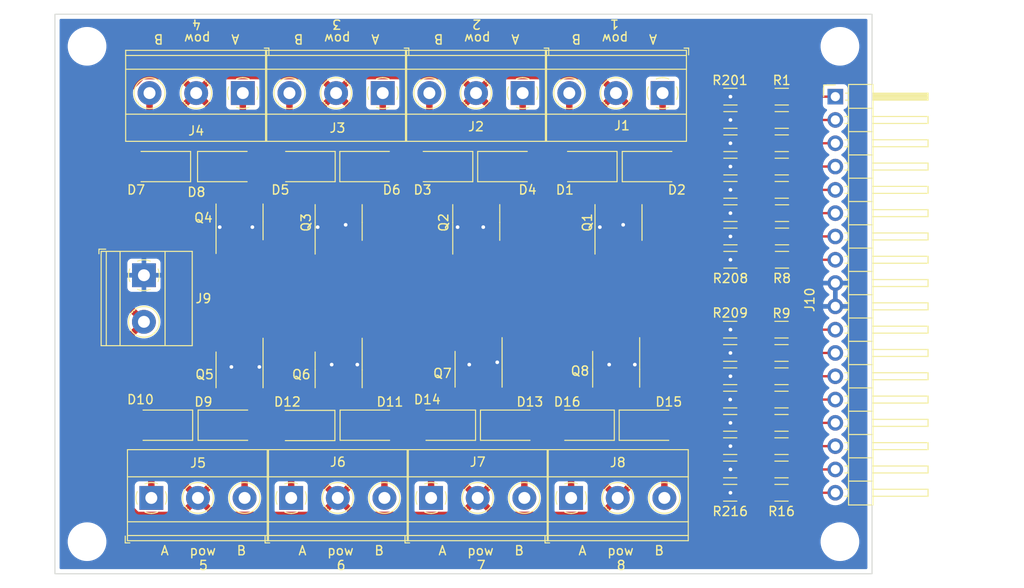
<source format=kicad_pcb>
(kicad_pcb (version 20211014) (generator pcbnew)
  (layers (0 "F.Cu" signal) (31 "B.Cu" signal) (34 "B.Paste" user) (35 "F.Paste" user) (36 "B.SilkS" user "B.Silkscreen") (37 "F.SilkS" user "F.Silkscreen") (38 "B.Mask" user) (39 "F.Mask" user) (44 "Edge.Cuts" user))
  (net 0 "")
  (net 1 "GND")
  (net 2 "pow")
  (net 3 "coil1R")
  (net 4 "coil1L")
  (net 5 "coil2L")
  (net 6 "coil2R")
  (net 7 "coil3L")
  (net 8 "coil3R")
  (net 9 "coil4L")
  (net 10 "coil4R")
  (net 11 "gate1L")
  (net 12 "gate1R")
  (net 13 "gate2L")
  (net 14 "gate2R")
  (net 15 "gate3L")
  (net 16 "gate3R")
  (net 17 "gate4R")
  (net 18 "gate4L")
  (net 19 "gate8R")
  (net 20 "gate8L")
  (net 21 "gate7R")
  (net 22 "gate7L")
  (net 23 "gate6R")
  (net 24 "gate6L")
  (net 25 "gate5R")
  (net 26 "gate5L")
  (net 27 "coil5R")
  (net 28 "coil5L")
  (net 29 "coil6R")
  (net 30 "coil6L")
  (net 31 "coil7R")
  (net 32 "coil7L")
  (net 33 "coil8R")
  (net 34 "coil8L")
  (net 35 "Net-(Q1-Pad2)")
  (net 36 "Net-(Q1-Pad4)")
  (net 37 "Net-(Q2-Pad2)")
  (net 38 "Net-(Q2-Pad4)")
  (net 39 "Net-(Q3-Pad4)")
  (net 40 "Net-(Q3-Pad2)")
  (net 41 "Net-(Q4-Pad2)")
  (net 42 "Net-(Q4-Pad4)")
  (net 43 "Net-(Q5-Pad4)")
  (net 44 "Net-(Q5-Pad2)")
  (net 45 "Net-(Q6-Pad4)")
  (net 46 "Net-(Q6-Pad2)")
  (net 47 "Net-(Q7-Pad4)")
  (net 48 "Net-(Q7-Pad2)")
  (net 49 "Net-(Q8-Pad4)")
  (net 50 "Net-(Q8-Pad2)")
  (footprint "Resistor_SMD:R_1206_3216Metric_Pad1.30x1.75mm_HandSolder" (layer "F.Cu") (at 169.164 97.028 180)
    (fp_text reference "R2")
    (fp_text value "22R")
  )
  (footprint "Resistor_SMD:R_1206_3216Metric_Pad1.30x1.75mm_HandSolder" (layer "F.Cu") (at 163.55 137.668)
    (fp_text reference "R216")
    (fp_text value "10k")
  )
  (footprint "TerminalBlock_Phoenix:TerminalBlock_Phoenix_MKDS-1,5-3-5.08_1x03_P5.08mm_Horizontal" (layer "F.Cu") (at 115.73 138.231)
    (fp_text reference "J6")
    (fp_text value "coil")
  )
  (footprint "Resistor_SMD:R_1206_3216Metric_Pad1.30x1.75mm_HandSolder" (layer "F.Cu") (at 169.164 94.488 180)
    (fp_text reference "R1")
    (fp_text value "22R")
  )
  (footprint "Resistor_SMD:R_1206_3216Metric_Pad1.30x1.75mm_HandSolder" (layer "F.Cu") (at 163.576 97.028)
    (fp_text reference "R202")
    (fp_text value "10k")
  )
  (footprint "Resistor_SMD:R_1206_3216Metric_Pad1.30x1.75mm_HandSolder" (layer "F.Cu") (at 169.138 135.128 180)
    (fp_text reference "R15")
    (fp_text value "22R")
  )
  (footprint "TerminalBlock_Phoenix:TerminalBlock_Phoenix_MKDS-1,5-2-5.08_1x02_P5.08mm_Horizontal" (layer "F.Cu") (at 99.695 113.955 -90)
    (fp_text reference "J9")
    (fp_text value "pow")
  )
  (footprint "Diode_SMD:D_SMA" (layer "F.Cu") (at 101.6 130.302 180)
    (fp_text reference "D10")
    (fp_text value "D")
  )
  (footprint "Package_SO:SOIC-8_3.9x4.9mm_P1.27mm" (layer "F.Cu") (at 151.13 124.206 -90)
    (fp_text reference "Q8")
    (fp_text value "FDS6890A")
  )
  (footprint "Resistor_SMD:R_1206_3216Metric_Pad1.30x1.75mm_HandSolder" (layer "F.Cu") (at 163.55 135.128)
    (fp_text reference "R215")
    (fp_text value "10k")
  )
  (footprint "Resistor_SMD:R_1206_3216Metric_Pad1.30x1.75mm_HandSolder" (layer "F.Cu") (at 169.19 107.188 180)
    (fp_text reference "R6")
    (fp_text value "22R")
  )
  (footprint "Package_SO:SOIC-8_3.9x4.9mm_P1.27mm" (layer "F.Cu") (at 136.144 124.206 -90)
    (fp_text reference "Q7")
    (fp_text value "FDS6890A")
  )
  (footprint "Resistor_SMD:R_1206_3216Metric_Pad1.30x1.75mm_HandSolder" (layer "F.Cu") (at 163.576 104.648)
    (fp_text reference "R205")
    (fp_text value "10k")
  )
  (footprint "Resistor_SMD:R_1206_3216Metric_Pad1.30x1.75mm_HandSolder" (layer "F.Cu") (at 169.164 104.648 180)
    (fp_text reference "R5")
    (fp_text value "22R")
  )
  (footprint "Resistor_SMD:R_1206_3216Metric_Pad1.30x1.75mm_HandSolder" (layer "F.Cu") (at 163.55 119.888)
    (fp_text reference "R209")
    (fp_text value "10k")
  )
  (footprint "MountingHole:MountingHole_3.2mm_M3" (layer "F.Cu") (at 175.5 89)
    (fp_text reference "REF**")
    (fp_text value "MountingHole_3.2mm_M3")
  )
  (footprint "Diode_SMD:D_SMA" (layer "F.Cu") (at 108.934 102.108)
    (fp_text reference "D8")
    (fp_text value "D")
  )
  (footprint "Diode_SMD:D_SMA" (layer "F.Cu") (at 139.748 130.302)
    (fp_text reference "D13")
    (fp_text value "D")
  )
  (footprint "Package_SO:SOIC-8_3.9x4.9mm_P1.27mm" (layer "F.Cu") (at 110.109 108.139 90)
    (fp_text reference "Q4")
    (fp_text value "FDS6890A")
  )
  (footprint "Diode_SMD:D_SMA" (layer "F.Cu") (at 154.86 130.302)
    (fp_text reference "D15")
    (fp_text value "D")
  )
  (footprint "Diode_SMD:D_SMA" (layer "F.Cu") (at 101.378 102.108 180)
    (fp_text reference "D7")
    (fp_text value "D")
  )
  (footprint "Resistor_SMD:R_1206_3216Metric_Pad1.30x1.75mm_HandSolder" (layer "F.Cu") (at 163.576 107.188)
    (fp_text reference "R206")
    (fp_text value "10k")
  )
  (footprint "Diode_SMD:D_SMA" (layer "F.Cu") (at 124.46 130.302)
    (fp_text reference "D11")
    (fp_text value "D")
  )
  (footprint "Package_SO:SOIC-8_3.9x4.9mm_P1.27mm" (layer "F.Cu") (at 110.109 124.271 -90)
    (fp_text reference "Q5")
    (fp_text value "FDS6890A")
  )
  (footprint "MountingHole:MountingHole_3.2mm_M3" (layer "F.Cu") (at 93.5 143)
    (fp_text reference "REF**")
    (fp_text value "MountingHole_3.2mm_M3")
  )
  (footprint "Resistor_SMD:R_1206_3216Metric_Pad1.30x1.75mm_HandSolder" (layer "F.Cu") (at 163.576 94.488)
    (fp_text reference "R201")
    (fp_text value "10k")
  )
  (footprint "Package_SO:SOIC-8_3.9x4.9mm_P1.27mm" (layer "F.Cu") (at 135.89 108.204 90)
    (fp_text reference "Q2")
    (fp_text value "FDS6890A")
  )
  (footprint "Resistor_SMD:R_1206_3216Metric_Pad1.30x1.75mm_HandSolder" (layer "F.Cu") (at 163.55 127.508)
    (fp_text reference "R212")
    (fp_text value "10k")
  )
  (footprint "TerminalBlock_Phoenix:TerminalBlock_Phoenix_MKDS-1,5-3-5.08_1x03_P5.08mm_Horizontal" (layer "F.Cu") (at 110.464 94.098 180)
    (fp_text reference "J4")
    (fp_text value "coil")
  )
  (footprint "Diode_SMD:D_SMA" (layer "F.Cu") (at 132.414 130.302 180)
    (fp_text reference "D14")
    (fp_text value "D")
  )
  (footprint "Package_SO:SOIC-8_3.9x4.9mm_P1.27mm" (layer "F.Cu") (at 120.904 124.271 -90)
    (fp_text reference "Q6")
    (fp_text value "FDS6890A")
  )
  (footprint "Connector_PinHeader_2.54mm:PinHeader_1x18_P2.54mm_Horizontal" (layer "F.Cu") (at 175 94.488)
    (fp_text reference "J10")
    (fp_text value "Conn_01x18_Male")
  )
  (footprint "Resistor_SMD:R_1206_3216Metric_Pad1.30x1.75mm_HandSolder" (layer "F.Cu") (at 169.138 124.968 180)
    (fp_text reference "R11")
    (fp_text value "22R")
  )
  (footprint "Resistor_SMD:R_1206_3216Metric_Pad1.30x1.75mm_HandSolder" (layer "F.Cu") (at 163.55 132.588)
    (fp_text reference "R214")
    (fp_text value "10k")
  )
  (footprint "Resistor_SMD:R_1206_3216Metric_Pad1.30x1.75mm_HandSolder" (layer "F.Cu") (at 163.576 99.568)
    (fp_text reference "R203")
    (fp_text value "10k")
  )
  (footprint "Diode_SMD:D_SMA" (layer "F.Cu") (at 139.446 102.108)
    (fp_text reference "D4")
    (fp_text value "D")
  )
  (footprint "TerminalBlock_Phoenix:TerminalBlock_Phoenix_MKDS-1,5-3-5.08_1x03_P5.08mm_Horizontal" (layer "F.Cu") (at 130.97 138.231)
    (fp_text reference "J7")
    (fp_text value "coil")
  )
  (footprint "Package_SO:SOIC-8_3.9x4.9mm_P1.27mm" (layer "F.Cu") (at 120.904 108.204 90)
    (fp_text reference "Q3")
    (fp_text value "FDS6890A")
  )
  (footprint "Resistor_SMD:R_1206_3216Metric_Pad1.30x1.75mm_HandSolder" (layer "F.Cu") (at 169.138 122.428 180)
    (fp_text reference "R10")
    (fp_text value "22R")
  )
  (footprint "Resistor_SMD:R_1206_3216Metric_Pad1.30x1.75mm_HandSolder" (layer "F.Cu") (at 163.576 109.728)
    (fp_text reference "R207")
    (fp_text value "10k")
  )
  (footprint "Resistor_SMD:R_1206_3216Metric_Pad1.30x1.75mm_HandSolder" (layer "F.Cu") (at 169.164 102.108 180)
    (fp_text reference "R4")
    (fp_text value "22R")
  )
  (footprint "Resistor_SMD:R_1206_3216Metric_Pad1.30x1.75mm_HandSolder" (layer "F.Cu") (at 163.576 102.108)
    (fp_text reference "R204")
    (fp_text value "10k")
  )
  (footprint "Diode_SMD:D_SMA" (layer "F.Cu") (at 155.194 102.108)
    (fp_text reference "D2")
    (fp_text value "D")
  )
  (footprint "Diode_SMD:D_SMA" (layer "F.Cu") (at 124.428 102.108)
    (fp_text reference "D6")
    (fp_text value "D")
  )
  (footprint "TerminalBlock_Phoenix:TerminalBlock_Phoenix_MKDS-1,5-3-5.08_1x03_P5.08mm_Horizontal" (layer "F.Cu") (at 100.5 138.231)
    (fp_text reference "J5")
    (fp_text value "coil")
  )
  (footprint "Diode_SMD:D_SMA" (layer "F.Cu") (at 117.094 130.334 180)
    (fp_text reference "D12")
    (fp_text value "D")
  )
  (footprint "Diode_SMD:D_SMA" (layer "F.Cu") (at 132.112 102.108 180)
    (fp_text reference "D3")
    (fp_text value "D")
  )
  (footprint "TerminalBlock_Phoenix:TerminalBlock_Phoenix_MKDS-1,5-3-5.08_1x03_P5.08mm_Horizontal" (layer "F.Cu") (at 140.944 94.098 180)
    (fp_text reference "J2")
    (fp_text value "coil")
  )
  (footprint "Resistor_SMD:R_1206_3216Metric_Pad1.30x1.75mm_HandSolder" (layer "F.Cu") (at 169.19 112.268 180)
    (fp_text reference "R8")
    (fp_text value "22R")
  )
  (footprint "Resistor_SMD:R_1206_3216Metric_Pad1.30x1.75mm_HandSolder" (layer "F.Cu") (at 169.138 119.888 180)
    (fp_text reference "R9")
    (fp_text value "22R")
  )
  (footprint "Resistor_SMD:R_1206_3216Metric_Pad1.30x1.75mm_HandSolder" (layer "F.Cu") (at 169.19 109.728 180)
    (fp_text reference "R7")
    (fp_text value "22R")
  )
  (footprint "Diode_SMD:D_SMA" (layer "F.Cu") (at 147.526 130.302 180)
    (fp_text reference "D16")
    (fp_text value "D")
  )
  (footprint "Resistor_SMD:R_1206_3216Metric_Pad1.30x1.75mm_HandSolder" (layer "F.Cu") (at 163.576 112.268)
    (fp_text reference "R208")
    (fp_text value "10k")
  )
  (footprint "MountingHole:MountingHole_3.2mm_M3" (layer "F.Cu") (at 175.5 143)
    (fp_text reference "REF**")
    (fp_text value "MountingHole_3.2mm_M3")
  )
  (footprint "Resistor_SMD:R_1206_3216Metric_Pad1.30x1.75mm_HandSolder" (layer "F.Cu") (at 163.55 122.428)
    (fp_text reference "R210")
    (fp_text value "10k")
  )
  (footprint "Diode_SMD:D_SMA" (layer "F.Cu") (at 117.126 102.108 180)
    (fp_text reference "D5")
    (fp_text value "D")
  )
  (footprint "Resistor_SMD:R_1206_3216Metric_Pad1.30x1.75mm_HandSolder" (layer "F.Cu") (at 169.138 132.588 180)
    (fp_text reference "R14")
    (fp_text value "22R")
  )
  (footprint "Resistor_SMD:R_1206_3216Metric_Pad1.30x1.75mm_HandSolder" (layer "F.Cu") (at 163.55 124.968)
    (fp_text reference "R211")
    (fp_text value "10k")
  )
  (footprint "TerminalBlock_Phoenix:TerminalBlock_Phoenix_MKDS-1,5-3-5.08_1x03_P5.08mm_Horizontal" (layer "F.Cu") (at 125.704 94.098 180)
    (fp_text reference "J3")
    (fp_text value "coil")
  )
  (footprint "Resistor_SMD:R_1206_3216Metric_Pad1.30x1.75mm_HandSolder" (layer "F.Cu") (at 169.138 127.508 180)
    (fp_text reference "R12")
    (fp_text value "22R")
  )
  (footprint "TerminalBlock_Phoenix:TerminalBlock_Phoenix_MKDS-1,5-3-5.08_1x03_P5.08mm_Horizontal" (layer "F.Cu") (at 156.184 94.098 180)
    (fp_text reference "J1")
    (fp_text value "coil")
  )
  (footprint "Package_SO:SOIC-8_3.9x4.9mm_P1.27mm" (layer "F.Cu") (at 151.384 108.204 90)
    (fp_text reference "Q1")
    (fp_text value "FDS6890A")
  )
  (footprint "TerminalBlock_Phoenix:TerminalBlock_Phoenix_MKDS-1,5-3-5.08_1x03_P5.08mm_Horizontal" (layer "F.Cu") (at 146.22 138.231)
    (fp_text reference "J8")
    (fp_text value "coil")
  )
  (footprint "Resistor_SMD:R_1206_3216Metric_Pad1.30x1.75mm_HandSolder" (layer "F.Cu") (at 169.138 130.048 180)
    (fp_text reference "R13")
    (fp_text value "22R")
  )
  (footprint "Resistor_SMD:R_1206_3216Metric_Pad1.30x1.75mm_HandSolder" (layer "F.Cu") (at 163.55 130.048)
    (fp_text reference "R213")
    (fp_text value "10k")
  )
  (footprint "Resistor_SMD:R_1206_3216Metric_Pad1.30x1.75mm_HandSolder" (layer "F.Cu") (at 169.138 137.668 180)
    (fp_text reference "R16")
    (fp_text value "22R")
  )
  (footprint "Diode_SMD:D_SMA" (layer "F.Cu") (at 147.828 102.108 180)
    (fp_text reference "D1")
    (fp_text value "D")
  )
  (footprint "Diode_SMD:D_SMA" (layer "F.Cu") (at 108.998 130.302)
    (fp_text reference "D9")
    (fp_text value "D")
  )
  (footprint "Resistor_SMD:R_1206_3216Metric_Pad1.30x1.75mm_HandSolder" (layer "F.Cu") (at 169.164 99.568 180)
    (fp_text reference "R3")
    (fp_text value "22R")
  )
  (footprint "MountingHole:MountingHole_3.2mm_M3" (layer "F.Cu") (at 93.5 89)
    (fp_text reference "REF**")
    (fp_text value "MountingHole_3.2mm_M3")
  )
  (gr_rect (start 90 85.5) (end 179 146.5) (layer "Edge.Cuts") (width 0.1) (fill none))
  (gr_text "A   pow   B\n2" (at 135.933 87.399 180) (layer "F.SilkS") (effects (font (size 1 1))))
  (gr_text "A   pow   B\n1" (at 150.933 87.399 180) (layer "F.SilkS") (effects (font (size 1 1))))
  (gr_text "A   pow   B\n7" (at 136.422 144.78) (layer "F.SilkS") (effects (font (size 1 1))))
  (gr_text "A   pow   B\n4" (at 105.433 87.399 180) (layer "F.SilkS") (effects (font (size 1 1))))
  (gr_text "A   pow   B\n6" (at 121.172 144.78) (layer "F.SilkS") (effects (font (size 1 1))))
  (gr_text "A   pow   B\n5" (at 106.172 144.78) (layer "F.SilkS") (effects (font (size 1 1))))
  (gr_text "A   pow   B\n3" (at 120.683 87.399 180) (layer "F.SilkS") (effects (font (size 1 1))))
  (gr_text "A   pow   B\n8" (at 151.672 144.78) (layer "F.SilkS") (effects (font (size 1 1))))
  (segment (start 110.744 110.614) (end 110.744 109.474) (width 0.7) (layer "F.Cu") (net 1))
  (segment (start 162 135.128) (end 163.576 135.128) (width 0.25) (layer "F.Cu") (net 1))
  (segment (start 121.539 108.585) (end 121.666 108.458) (width 0.7) (layer "F.Cu") (net 1))
  (segment (start 135.509 123.317) (end 135.128 123.698) (width 0.7) (layer "F.Cu") (net 1))
  (segment (start 162.026 102.108) (end 163.576 102.108) (width 0.25) (layer "F.Cu") (net 1))
  (segment (start 150.495 123.571) (end 150.368 123.698) (width 0.7) (layer "F.Cu") (net 1))
  (segment (start 138.049 121.731) (end 138.049 123.317) (width 0.7) (layer "F.Cu") (net 1))
  (segment (start 110.744 109.474) (end 111.506 108.712) (width 0.7) (layer "F.Cu") (net 1))
  (segment (start 135.509 121.731) (end 135.509 123.317) (width 0.7) (layer "F.Cu") (net 1))
  (segment (start 138.049 123.317) (end 138.176 123.444) (width 0.7) (layer "F.Cu") (net 1))
  (segment (start 162.026 99.568) (end 163.576 99.568) (width 0.25) (layer "F.Cu") (net 1))
  (segment (start 120.269 123.571) (end 120.142 123.698) (width 0.7) (layer "F.Cu") (net 1))
  (segment (start 163.492 127.508) (end 163.5 127.5) (width 0.25) (layer "F.Cu") (net 1))
  (segment (start 122.809 123.571) (end 122.936 123.698) (width 0.7) (layer "F.Cu") (net 1))
  (segment (start 162.026 107.188) (end 163.576 107.188) (width 0.25) (layer "F.Cu") (net 1))
  (segment (start 152.019 110.679) (end 152.019 108.585) (width 0.7) (layer "F.Cu") (net 1))
  (segment (start 109.474 121.796) (end 109.474 123.698) (width 0.7) (layer "F.Cu") (net 1))
  (segment (start 162.026 94.488) (end 163.576 94.488) (width 0.25) (layer "F.Cu") (net 1))
  (segment (start 136.525 108.839) (end 136.652 108.712) (width 0.7) (layer "F.Cu") (net 1))
  (segment (start 150.495 121.731) (end 150.495 123.571) (width 0.7) (layer "F.Cu") (net 1))
  (segment (start 162.026 112.268) (end 163.576 112.268) (width 0.25) (layer "F.Cu") (net 1))
  (segment (start 121.539 110.679) (end 121.539 108.585) (width 0.7) (layer "F.Cu") (net 1))
  (segment (start 149.479 110.679) (end 149.479 108.839) (width 0.7) (layer "F.Cu") (net 1))
  (segment (start 152.019 108.585) (end 151.892 108.458) (width 0.7) (layer "F.Cu") (net 1))
  (segment (start 118.999 109.093) (end 118.618 108.712) (width 0.7) (layer "F.Cu") (net 1))
  (segment (start 162.026 97.028) (end 163.576 97.028) (width 0.25) (layer "F.Cu") (net 1))
  (segment (start 118.999 110.679) (end 118.999 109.093) (width 0.7) (layer "F.Cu") (net 1))
  (segment (start 153.035 121.731) (end 153.035 123.571) (width 0.7) (layer "F.Cu") (net 1))
  (segment (start 122.809 121.796) (end 122.809 123.571) (width 0.7) (layer "F.Cu") (net 1))
  (segment (start 162 124.968) (end 163.576 124.968) (width 0.25) (layer "F.Cu") (net 1))
  (segment (start 109.474 123.698) (end 109.22 123.952) (width 0.7) (layer "F.Cu") (net 1))
  (segment (start 112.014 123.698) (end 112.268 123.952) (width 0.7) (layer "F.Cu") (net 1))
  (segment (start 153.035 123.571) (end 153.162 123.698) (width 0.7) (layer "F.Cu") (net 1))
  (segment (start 162 122.428) (end 163.576 122.428) (width 0.25) (layer "F.Cu") (net 1))
  (segment (start 162.026 109.728) (end 163.576 109.728) (width 0.25) (layer "F.Cu") (net 1))
  (segment (start 108.204 108.966) (end 107.95 108.712) (width 0.7) (layer "F.Cu") (net 1))
  (segment (start 136.525 110.679) (end 136.525 108.839) (width 0.7) (layer "F.Cu") (net 1))
  (segment (start 133.985 110.679) (end 133.985 108.839) (width 0.7) (layer "F.Cu") (net 1))
  (segment (start 162.026 104.648) (end 163.576 104.648) (width 0.25) (layer "F.Cu") (net 1))
  (segment (start 149.479 108.839) (end 149.352 108.712) (width 0.7) (layer "F.Cu") (net 1))
  (segment (start 133.985 108.839) (end 133.858 108.712) (width 0.7) (layer "F.Cu") (net 1))
  (segment (start 120.269 121.796) (end 120.269 123.571) (width 0.7) (layer "F.Cu") (net 1))
  (segment (start 162 127.508) (end 163.492 127.508) (width 0.25) (layer "F.Cu") (net 1))
  (segment (start 162 132.588) (end 163.576 132.588) (width 0.25) (layer "F.Cu") (net 1))
  (segment (start 162 137.668) (end 163.576 137.668) (width 0.25) (layer "F.Cu") (net 1))
  (segment (start 162 130.048) (end 163.576 130.048) (width 0.25) (layer "F.Cu") (net 1))
  (segment (start 108.204 110.614) (end 108.204 108.966) (width 0.7) (layer "F.Cu") (net 1))
  (segment (start 162 119.888) (end 163.576 119.888) (width 0.25) (layer "F.Cu") (net 1))
  (segment (start 112.014 121.796) (end 112.014 123.698) (width 0.7) (layer "F.Cu") (net 1))
  (via (at 151.892 108.458) (size 0.8) (drill 0.4) (layers "F.Cu" "B.Cu") (net 1))
  (via (at 163.576 122.428) (size 0.8) (drill 0.4) (layers "F.Cu" "B.Cu") (net 1))
  (via (at 163.576 94.488) (size 0.8) (drill 0.4) (layers "F.Cu" "B.Cu") (net 1))
  (via (at 163.576 99.568) (size 0.8) (drill 0.4) (layers "F.Cu" "B.Cu") (net 1))
  (via (at 135.128 123.698) (size 0.8) (drill 0.4) (layers "F.Cu" "B.Cu") (net 1))
  (via (at 111.506 108.712) (size 0.8) (drill 0.4) (layers "F.Cu" "B.Cu") (net 1))
  (via (at 133.858 108.712) (size 0.8) (drill 0.4) (layers "F.Cu" "B.Cu") (net 1))
  (via (at 109.22 123.952) (size 0.8) (drill 0.4) (layers "F.Cu" "B.Cu") (net 1))
  (via (at 163.576 124.968) (size 0.8) (drill 0.4) (layers "F.Cu" "B.Cu") (net 1))
  (via (at 163.55 127.508) (size 0.8) (drill 0.4) (layers "F.Cu" "B.Cu") (net 1))
  (via (at 163.576 132.588) (size 0.8) (drill 0.4) (layers "F.Cu" "B.Cu") (net 1))
  (via (at 163.576 107.188) (size 0.8) (drill 0.4) (layers "F.Cu" "B.Cu") (net 1))
  (via (at 163.576 130.048) (size 0.8) (drill 0.4) (layers "F.Cu" "B.Cu") (net 1))
  (via (at 107.95 108.712) (size 0.8) (drill 0.4) (layers "F.Cu" "B.Cu") (net 1))
  (via (at 163.576 135.128) (size 0.8) (drill 0.4) (layers "F.Cu" "B.Cu") (net 1))
  (via (at 163.576 112.268) (size 0.8) (drill 0.4) (layers "F.Cu" "B.Cu") (net 1))
  (via (at 138.176 123.444) (size 0.8) (drill 0.4) (layers "F.Cu" "B.Cu") (net 1))
  (via (at 118.618 108.712) (size 0.8) (drill 0.4) (layers "F.Cu" "B.Cu") (net 1))
  (via (at 120.142 123.698) (size 0.8) (drill 0.4) (layers "F.Cu" "B.Cu") (net 1))
  (via (at 163.576 137.668) (size 0.8) (drill 0.4) (layers "F.Cu" "B.Cu") (net 1))
  (via (at 150.368 123.698) (size 0.8) (drill 0.4) (layers "F.Cu" "B.Cu") (net 1))
  (via (at 136.652 108.712) (size 0.8) (drill 0.4) (layers "F.Cu" "B.Cu") (net 1))
  (via (at 163.576 109.728) (size 0.8) (drill 0.4) (layers "F.Cu" "B.Cu") (net 1))
  (via (at 163.576 97.028) (size 0.8) (drill 0.4) (layers "F.Cu" "B.Cu") (net 1))
  (via (at 121.666 108.458) (size 0.8) (drill 0.4) (layers "F.Cu" "B.Cu") (net 1))
  (via (at 149.352 108.712) (size 0.8) (drill 0.4) (layers "F.Cu" "B.Cu") (net 1))
  (via (at 153.162 123.698) (size 0.8) (drill 0.4) (layers "F.Cu" "B.Cu") (net 1))
  (via (at 163.576 119.888) (size 0.8) (drill 0.4) (layers "F.Cu" "B.Cu") (net 1))
  (via (at 163.576 104.648) (size 0.8) (drill 0.4) (layers "F.Cu" "B.Cu") (net 1))
  (via (at 163.576 102.108) (size 0.8) (drill 0.4) (layers "F.Cu" "B.Cu") (net 1))
  (via (at 112.268 123.952) (size 0.8) (drill 0.4) (layers "F.Cu" "B.Cu") (net 1))
  (via (at 122.936 123.698) (size 0.8) (drill 0.4) (layers "F.Cu" "B.Cu") (net 1))
  (segment (start 107.233511 92.248489) (end 118.774489 92.248489) (width 0.7) (layer "F.Cu") (net 2))
  (segment (start 106.934 95.648) (end 105.384 94.098) (width 0.7) (layer "F.Cu") (net 2))
  (segment (start 152.86 136.671) (end 151.3 138.231) (width 0.7) (layer "F.Cu") (net 2))
  (segment (start 149.526 130.302) (end 149.526 136.457) (width 0.7) (layer "F.Cu") (net 2))
  (segment (start 119.094 136.515) (end 120.81 138.231) (width 0.7) (layer "F.Cu") (net 2))
  (segment (start 99.695 119.035) (end 96.52 115.86) (width 0.7) (layer "F.Cu") (net 2))
  (segment (start 137.899511 140.080511) (end 136.05 138.231) (width 0.7) (layer "F.Cu") (net 2))
  (segment (start 134.014489 92.248489) (end 135.864 94.098) (width 0.7) (layer "F.Cu") (net 2))
  (segment (start 105.58 138.231) (end 103.730489 140.080511) (width 0.7) (layer "F.Cu") (net 2))
  (segment (start 136.05 138.231) (end 134.200489 140.080511) (width 0.7) (layer "F.Cu") (net 2))
  (segment (start 135.864 94.098) (end 137.713511 92.248489) (width 0.7) (layer "F.Cu") (net 2))
  (segment (start 103.378 96.104) (end 105.384 94.098) (width 0.7) (layer "F.Cu") (net 2))
  (segment (start 134.112 95.85) (end 135.864 94.098) (width 0.7) (layer "F.Cu") (net 2))
  (segment (start 122.46 130.302) (end 122.46 136.581) (width 0.7) (layer "F.Cu") (net 2))
  (segment (start 149.450489 140.080511) (end 137.899511 140.080511) (width 0.7) (layer "F.Cu") (net 2))
  (segment (start 137.748 136.533) (end 136.05 138.231) (width 0.7) (layer "F.Cu") (net 2))
  (segment (start 149.254489 92.248489) (end 151.104 94.098) (width 0.7) (layer "F.Cu") (net 2))
  (segment (start 107.429511 140.080511) (end 105.58 138.231) (width 0.7) (layer "F.Cu") (net 2))
  (segment (start 120.624 94.098) (end 122.473511 92.248489) (width 0.7) (layer "F.Cu") (net 2))
  (segment (start 99.521511 92.248489) (end 103.534489 92.248489) (width 0.7) (layer "F.Cu") (net 2))
  (segment (start 97.282 138.43) (end 97.282 121.448) (width 0.7) (layer "F.Cu") (net 2))
  (segment (start 149.526 136.457) (end 151.3 138.231) (width 0.7) (layer "F.Cu") (net 2))
  (segment (start 122.46 136.581) (end 120.81 138.231) (width 0.7) (layer "F.Cu") (net 2))
  (segment (start 134.112 102.108) (end 134.112 95.85) (width 0.7) (layer "F.Cu") (net 2))
  (segment (start 134.414 136.595) (end 136.05 138.231) (width 0.7) (layer "F.Cu") (net 2))
  (segment (start 134.200489 140.080511) (end 122.659511 140.080511) (width 0.7) (layer "F.Cu") (net 2))
  (segment (start 122.659511 140.080511) (end 120.81 138.231) (width 0.7) (layer "F.Cu") (net 2))
  (segment (start 153.194 102.108) (end 153.194 96.188) (width 0.7) (layer "F.Cu") (net 2))
  (segment (start 122.428 95.902) (end 120.624 94.098) (width 0.7) (layer "F.Cu") (net 2))
  (segment (start 96.52 95.25) (end 99.521511 92.248489) (width 0.7) (layer "F.Cu") (net 2))
  (segment (start 119.126 95.596) (end 120.624 94.098) (width 0.7) (layer "F.Cu") (net 2))
  (segment (start 106.998 130.302) (end 106.998 136.813) (width 0.7) (layer "F.Cu") (net 2))
  (segment (start 151.3 138.231) (end 149.450489 140.080511) (width 0.7) (layer "F.Cu") (net 2))
  (segment (start 98.932511 140.080511) (end 97.282 138.43) (width 0.7) (layer "F.Cu") (net 2))
  (segment (start 118.774489 92.248489) (end 120.624 94.098) (width 0.7) (layer "F.Cu") (net 2))
  (segment (start 118.960489 140.080511) (end 107.429511 140.080511) (width 0.7) (layer "F.Cu") (net 2))
  (segment (start 137.713511 92.248489) (end 149.254489 92.248489) (width 0.7) (layer "F.Cu") (net 2))
  (segment (start 152.86 130.302) (end 152.86 136.671) (width 0.7) (layer "F.Cu") (net 2))
  (segment (start 119.094 130.334) (end 119.094 136.515) (width 0.7) (layer "F.Cu") (net 2))
  (segment (start 122.473511 92.248489) (end 134.014489 92.248489) (width 0.7) (layer "F.Cu") (net 2))
  (segment (start 103.534489 92.248489) (end 105.384 94.098) (width 0.7) (layer "F.Cu") (net 2))
  (segment (start 97.282 121.448) (end 99.695 119.035) (width 0.7) (layer "F.Cu") (net 2))
  (segment (start 103.6 136.251) (end 105.58 138.231) (width 0.7) (layer "F.Cu") (net 2))
  (segment (start 120.81 138.231) (end 118.960489 140.080511) (width 0.7) (layer "F.Cu") (net 2))
  (segment (start 103.378 102.108) (end 103.378 96.104) (width 0.7) (layer "F.Cu") (net 2))
  (segment (start 122.428 102.108) (end 122.428 95.902) (width 0.7) (layer "F.Cu") (net 2))
  (segment (start 137.446 102.108) (end 137.446 95.68) (width 0.7) (layer "F.Cu") (net 2))
  (segment (start 134.414 130.302) (end 134.414 136.595) (width 0.7) (layer "F.Cu") (net 2))
  (segment (start 153.194 96.188) (end 151.104 94.098) (width 0.7) (layer "F.Cu") (net 2))
  (segment (start 137.748 130.302) (end 137.748 136.533) (width 0.7) (layer "F.Cu") (net 2))
  (segment (start 106.934 102.108) (end 106.934 95.648) (width 0.7) (layer "F.Cu") (net 2))
  (segment (start 149.828 102.108) (end 149.828 95.374) (width 0.7) (layer "F.Cu") (net 2))
  (segment (start 106.998 136.813) (end 105.58 138.231) (width 0.7) (layer "F.Cu") (net 2))
  (segment (start 149.828 95.374) (end 151.104 94.098) (width 0.7) (layer "F.Cu") (net 2))
  (segment (start 119.126 102.108) (end 119.126 95.596) (width 0.7) (layer "F.Cu") (net 2))
  (segment (start 103.730489 140.080511) (end 98.932511 140.080511) (width 0.7) (layer "F.Cu") (net 2))
  (segment (start 137.446 95.68) (end 135.864 94.098) (width 0.7) (layer "F.Cu") (net 2))
  (segment (start 103.6 130.302) (end 103.6 136.251) (width 0.7) (layer "F.Cu") (net 2))
  (segment (start 96.52 115.86) (end 96.52 95.25) (width 0.7) (layer "F.Cu") (net 2))
  (segment (start 105.384 94.098) (end 107.233511 92.248489) (width 0.7) (layer "F.Cu") (net 2))
  (segment (start 154.875 105.729) (end 152.019 105.729) (width 0.7) (layer "F.Cu") (net 3))
  (segment (start 157.194 103.41) (end 154.875 105.729) (width 0.7) (layer "F.Cu") (net 3))
  (segment (start 157.194 102.108) (end 157.194 99.282) (width 0.7) (layer "F.Cu") (net 3))
  (segment (start 156.184 98.272) (end 156.184 94.098) (width 0.7) (layer "F.Cu") (net 3))
  (segment (start 157.194 99.282) (end 156.184 98.272) (width 0.7) (layer "F.Cu") (net 3))
  (segment (start 157.194 102.108) (end 157.194 103.41) (width 0.7) (layer "F.Cu") (net 3))
  (segment (start 146.05 98.552) (end 146.024 98.526) (width 0.7) (layer "F.Cu") (net 4))
  (segment (start 145.828 104.172) (end 147.385 105.729) (width 0.7) (layer "F.Cu") (net 4))
  (segment (start 147.385 105.729) (end 150.749 105.729) (width 0.7) (layer "F.Cu") (net 4))
  (segment (start 146.024 98.526) (end 146.024 94.098) (width 0.7) (layer "F.Cu") (net 4))
  (segment (start 145.828 102.108) (end 145.828 104.172) (width 0.7) (layer "F.Cu") (net 4))
  (segment (start 145.828 98.774) (end 146.05 98.552) (width 0.7) (layer "F.Cu") (net 4))
  (segment (start 145.828 102.108) (end 145.828 98.774) (width 0.7) (layer "F.Cu") (net 4))
  (segment (start 131.891 105.729) (end 135.255 105.729) (width 0.7) (layer "F.Cu") (net 5))
  (segment (start 130.784 98.578) (end 130.784 94.098) (width 0.7) (layer "F.Cu") (net 5))
  (segment (start 130.112 102.108) (end 130.112 103.95) (width 0.7) (layer "F.Cu") (net 5))
  (segment (start 130.112 103.95) (end 131.891 105.729) (width 0.7) (layer "F.Cu") (net 5))
  (segment (start 130.112 99.25) (end 130.784 98.578) (width 0.7) (layer "F.Cu") (net 5))
  (segment (start 130.112 102.108) (end 130.112 99.25) (width 0.7) (layer "F.Cu") (net 5))
  (segment (start 141.446 102.108) (end 141.446 98.52) (width 0.7) (layer "F.Cu") (net 6))
  (segment (start 141.446 103.918) (end 139.635 105.729) (width 0.7) (layer "F.Cu") (net 6))
  (segment (start 139.635 105.729) (end 136.525 105.729) (width 0.7) (layer "F.Cu") (net 6))
  (segment (start 140.944 98.018) (end 140.944 94.098) (width 0.7) (layer "F.Cu") (net 6))
  (segment (start 141.446 98.52) (end 140.944 98.018) (width 0.7) (layer "F.Cu") (net 6))
  (segment (start 141.446 102.108) (end 141.446 103.918) (width 0.7) (layer "F.Cu") (net 6))
  (segment (start 115.126 98.996) (end 115.544 98.578) (width 0.7) (layer "F.Cu") (net 7))
  (segment (start 115.126 104.204) (end 116.651 105.729) (width 0.7) (layer "F.Cu") (net 7))
  (segment (start 115.544 98.578) (end 115.544 94.098) (width 0.7) (layer "F.Cu") (net 7))
  (segment (start 115.126 102.108) (end 115.126 98.996) (width 0.7) (layer "F.Cu") (net 7))
  (segment (start 116.651 105.729) (end 120.269 105.729) (width 0.7) (layer "F.Cu") (net 7))
  (segment (start 115.126 102.108) (end 115.126 104.204) (width 0.7) (layer "F.Cu") (net 7))
  (segment (start 126.428 102.108) (end 126.428 100.266) (width 0.7) (layer "F.Cu") (net 8))
  (segment (start 126.428 103.696) (end 124.395 105.729) (width 0.7) (layer "F.Cu") (net 8))
  (segment (start 124.395 105.729) (end 121.539 105.729) (width 0.7) (layer "F.Cu") (net 8))
  (segment (start 125.704 99.542) (end 125.704 94.098) (width 0.7) (layer "F.Cu") (net 8))
  (segment (start 126.428 102.108) (end 126.428 103.696) (width 0.7) (layer "F.Cu") (net 8))
  (segment (start 126.428 100.266) (end 125.704 99.542) (width 0.7) (layer "F.Cu") (net 8))
  (segment (start 99.378 102.108) (end 99.378 103.442) (width 0.7) (layer "F.Cu") (net 9))
  (segment (start 101.6 105.664) (end 109.474 105.664) (width 0.7) (layer "F.Cu") (net 9))
  (segment (start 99.378 102.108) (end 99.378 99.25) (width 0.7) (layer "F.Cu") (net 9))
  (segment (start 100.304 98.324) (end 100.304 94.098) (width 0.7) (layer "F.Cu") (net 9))
  (segment (start 99.378 99.25) (end 100.304 98.324) (width 0.7) (layer "F.Cu") (net 9))
  (segment (start 99.378 103.442) (end 101.6 105.664) (width 0.7) (layer "F.Cu") (net 9))
  (segment (start 112.014 105.664) (end 110.744 105.664) (width 0.7) (layer "F.Cu") (net 10))
  (segment (start 110.744 105.664) (end 110.744 102.298) (width 0.7) (layer "F.Cu") (net 10))
  (segment (start 110.744 102.298) (end 110.934 102.108) (width 0.7) (layer "F.Cu") (net 10))
  (segment (start 110.464 98.018) (end 110.464 94.098) (width 0.7) (layer "F.Cu") (net 10))
  (segment (start 110.934 98.488) (end 110.464 98.018) (width 0.7) (layer "F.Cu") (net 10))
  (segment (start 110.934 102.108) (end 110.934 98.488) (width 0.7) (layer "F.Cu") (net 10))
  (segment (start 175 97.028) (end 170.714 97.028) (width 0.25) (layer "F.Cu") (net 11))
  (segment (start 170.714 94.488) (end 175 94.488) (width 0.25) (layer "F.Cu") (net 12))
  (segment (start 175 102.108) (end 170.714 102.108) (width 0.25) (layer "F.Cu") (net 13))
  (segment (start 170.714 99.568) (end 175 99.568) (width 0.25) (layer "F.Cu") (net 14))
  (segment (start 175 107.188) (end 170.74 107.188) (width 0.25) (layer "F.Cu") (net 15))
  (segment (start 170.714 104.648) (end 175 104.648) (width 0.25) (layer "F.Cu") (net 16))
  (segment (start 170.74 109.728) (end 175 109.728) (width 0.25) (layer "F.Cu") (net 17))
  (segment (start 175 112.268) (end 170.74 112.268) (width 0.25) (layer "F.Cu") (net 18))
  (segment (start 175 135.128) (end 170.688 135.128) (width 0.25) (layer "F.Cu") (net 19))
  (segment (start 170.688 137.668) (end 175 137.668) (width 0.25) (layer "F.Cu") (net 20))
  (segment (start 175 130.048) (end 170.688 130.048) (width 0.25) (layer "F.Cu") (net 21))
  (segment (start 170.688 132.588) (end 175 132.588) (width 0.25) (layer "F.Cu") (net 22))
  (segment (start 175 124.968) (end 170.688 124.968) (width 0.25) (layer "F.Cu") (net 23))
  (segment (start 170.688 127.508) (end 175 127.508) (width 0.25) (layer "F.Cu") (net 24))
  (segment (start 170.688 119.888) (end 175 119.888) (width 0.25) (layer "F.Cu") (net 25))
  (segment (start 175 122.428) (end 170.688 122.428) (width 0.25) (layer "F.Cu") (net 26))
  (segment (start 100.5 134.282) (end 99.6 133.382) (width 0.7) (layer "F.Cu") (net 27))
  (segment (start 99.6 127.984) (end 99.6 130.302) (width 0.7) (layer "F.Cu") (net 27))
  (segment (start 100.5 138.231) (end 100.5 134.282) (width 0.7) (layer "F.Cu") (net 27))
  (segment (start 100.838 126.746) (end 99.6 127.984) (width 0.7) (layer "F.Cu") (net 27))
  (segment (start 109.474 126.746) (end 100.838 126.746) (width 0.7) (layer "F.Cu") (net 27))
  (segment (start 99.6 133.382) (end 99.6 130.302) (width 0.7) (layer "F.Cu") (net 27))
  (segment (start 110.66 138.231) (end 110.66 135.72) (width 0.7) (layer "F.Cu") (net 28))
  (segment (start 110.998 130.302) (end 110.998 128.778) (width 0.7) (layer "F.Cu") (net 28))
  (segment (start 110.66 135.72) (end 110.998 135.382) (width 0.7) (layer "F.Cu") (net 28))
  (segment (start 110.744 128.524) (end 110.744 126.746) (width 0.7) (layer "F.Cu") (net 28))
  (segment (start 110.744 126.746) (end 112.014 126.746) (width 0.7) (layer "F.Cu") (net 28))
  (segment (start 110.998 135.382) (end 110.998 130.302) (width 0.7) (layer "F.Cu") (net 28))
  (segment (start 110.998 128.778) (end 110.744 128.524) (width 0.7) (layer "F.Cu") (net 28))
  (segment (start 115.73 135.796) (end 115.094 135.16) (width 0.7) (layer "F.Cu") (net 29))
  (segment (start 115.094 130.334) (end 115.094 128.492) (width 0.7) (layer "F.Cu") (net 29))
  (segment (start 115.094 128.492) (end 116.84 126.746) (width 0.7) (layer "F.Cu") (net 29))
  (segment (start 115.094 135.16) (end 115.094 130.334) (width 0.7) (layer "F.Cu") (net 29))
  (segment (start 116.84 126.746) (end 120.269 126.746) (width 0.7) (layer "F.Cu") (net 29))
  (segment (start 115.73 138.231) (end 115.73 135.796) (width 0.7) (layer "F.Cu") (net 29))
  (segment (start 125.89 135.984) (end 126.46 135.414) (width 0.7) (layer "F.Cu") (net 30))
  (segment (start 126.46 135.414) (end 126.46 130.302) (width 0.7) (layer "F.Cu") (net 30))
  (segment (start 124.46 126.746) (end 121.539 126.746) (width 0.7) (layer "F.Cu") (net 30))
  (segment (start 126.46 128.746) (end 124.46 126.746) (width 0.7) (layer "F.Cu") (net 30))
  (segment (start 125.89 138.231) (end 125.89 135.984) (width 0.7) (layer "F.Cu") (net 30))
  (segment (start 126.46 130.302) (end 126.46 128.746) (width 0.7) (layer "F.Cu") (net 30))
  (segment (start 131.637 126.681) (end 130.414 127.904) (width 0.7) (layer "F.Cu") (net 31))
  (segment (start 130.414 134.986) (end 130.414 130.302) (width 0.7) (layer "F.Cu") (net 31))
  (segment (start 130.97 135.542) (end 130.414 134.986) (width 0.7) (layer "F.Cu") (net 31))
  (segment (start 130.97 138.231) (end 130.97 135.542) (width 0.7) (layer "F.Cu") (net 31))
  (segment (start 135.509 126.681) (end 134.239 126.681) (width 0.7) (layer "F.Cu") (net 31))
  (segment (start 134.239 126.681) (end 131.637 126.681) (width 0.7) (layer "F.Cu") (net 31))
  (segment (start 130.414 127.904) (end 130.414 130.302) (width 0.7) (layer "F.Cu") (net 31))
  (segment (start 141.13 134.968) (end 141.748 134.35) (width 0.7) (layer "F.Cu") (net 32))
  (segment (start 141.748 127.778) (end 141.748 130.302) (width 0.7) (layer "F.Cu") (net 32))
  (segment (start 141.13 138.231) (end 141.13 134.968) (width 0.7) (layer "F.Cu") (net 32))
  (segment (start 140.651 126.681) (end 141.748 127.778) (width 0.7) (layer "F.Cu") (net 32))
  (segment (start 136.779 126.681) (end 138.049 126.681) (width 0.7) (layer "F.Cu") (net 32))
  (segment (start 138.049 126.681) (end 140.651 126.681) (width 0.7) (layer "F.Cu") (net 32))
  (segment (start 141.748 134.35) (end 141.748 130.302) (width 0.7) (layer "F.Cu") (net 32))
  (segment (start 146.22 135.298) (end 145.526 134.604) (width 0.7) (layer "F.Cu") (net 33))
  (segment (start 145.526 134.604) (end 145.526 130.302) (width 0.7) (layer "F.Cu") (net 33))
  (segment (start 146.22 138.231) (end 146.22 135.298) (width 0.7) (layer "F.Cu") (net 33))
  (segment (start 156.86 135.494) (end 156.86 130.302) (width 0.7) (layer "F.Cu") (net 34))
  (segment (start 156.38 138.231) (end 156.38 135.974) (width 0.7) (layer "F.Cu") (net 34))
  (segment (start 156.38 135.974) (end 156.86 135.494) (width 0.7) (layer "F.Cu") (net 34))
  (segment (start 153.70548 111.97852) (end 151.672448 111.97852) (width 0.25) (layer "F.Cu") (net 35))
  (segment (start 165.126 97.028) (end 167.614 97.028) (width 0.25) (layer "F.Cu") (net 35))
  (segment (start 159.218031 99.353969) (end 159.218031 103.518709) (width 0.25) (layer "F.Cu") (net 35))
  (segment (start 154.22837 108.50837) (end 154.22837 111.45563) (width 0.25) (layer "F.Cu") (net 35))
  (segment (start 159.218031 103.518709) (end 154.22837 108.50837) (width 0.25) (layer "F.Cu") (net 35))
  (segment (start 151.672448 111.97852) (end 150.749 111.055072) (width 0.25) (layer "F.Cu") (net 35))
  (segment (start 160.20352 98.36848) (end 159.218031 99.353969) (width 0.25) (layer "F.Cu") (net 35))
  (segment (start 163.78552 98.36848) (end 160.20352 98.36848) (width 0.25) (layer "F.Cu") (net 35))
  (segment (start 150.749 111.055072) (end 150.749 110.679) (width 0.25) (layer "F.Cu") (net 35))
  (segment (start 154.22837 111.45563) (end 153.70548 111.97852) (width 0.25) (layer "F.Cu") (net 35))
  (segment (start 165.126 97.028) (end 163.78552 98.36848) (width 0.25) (layer "F.Cu") (net 35))
  (segment (start 153.289 108.812022) (end 153.289 110.679) (width 0.25) (layer "F.Cu") (net 36))
  (segment (start 165.126 94.488) (end 163.78552 95.82848) (width 0.25) (layer "F.Cu") (net 36))
  (segment (start 158.768511 98.447996) (end 158.768511 103.332511) (width 0.25) (layer "F.Cu") (net 36))
  (segment (start 167.614 94.488) (end 165.126 94.488) (width 0.25) (layer "F.Cu") (net 36))
  (segment (start 163.78552 95.82848) (end 161.388027 95.82848) (width 0.25) (layer "F.Cu") (net 36))
  (segment (start 158.768511 103.332511) (end 153.289 108.812022) (width 0.25) (layer "F.Cu") (net 36))
  (segment (start 161.388027 95.82848) (end 158.768511 98.447996) (width 0.25) (layer "F.Cu") (net 36))
  (segment (start 154.077875 112.87756) (end 155.12741 111.828026) (width 0.25) (layer "F.Cu") (net 37))
  (segment (start 165.126 102.108) (end 167.614 102.108) (width 0.25) (layer "F.Cu") (net 37))
  (segment (start 155.12741 108.880766) (end 160.630176 103.378) (width 0.25) (layer "F.Cu") (net 37))
  (segment (start 137.077488 112.87756) (end 154.077875 112.87756) (width 0.25) (layer "F.Cu") (net 37))
  (segment (start 135.255 111.055072) (end 137.077488 112.87756) (width 0.25) (layer "F.Cu") (net 37))
  (segment (start 163.856 103.378) (end 165.126 102.108) (width 0.25) (layer "F.Cu") (net 37))
  (segment (start 160.630176 103.378) (end 163.856 103.378) (width 0.25) (layer "F.Cu") (net 37))
  (segment (start 155.12741 111.828026) (end 155.12741 108.880766) (width 0.25) (layer "F.Cu") (net 37))
  (segment (start 135.255 110.679) (end 135.255 111.055072) (width 0.25) (layer "F.Cu") (net 37))
  (segment (start 154.67789 108.694568) (end 154.67789 111.641828) (width 0.25) (layer "F.Cu") (net 38))
  (segment (start 159.667551 103.704907) (end 154.67789 108.694568) (width 0.25) (layer "F.Cu") (net 38))
  (segment (start 138.33604 112.42804) (end 137.795 111.887) (width 0.25) (layer "F.Cu") (net 38))
  (segment (start 167.614 99.568) (end 165.126 99.568) (width 0.25) (layer "F.Cu") (net 38))
  (segment (start 165.126 99.568) (end 163.78552 100.90848) (width 0.25) (layer "F.Cu") (net 38))
  (segment (start 153.891678 112.42804) (end 138.33604 112.42804) (width 0.25) (layer "F.Cu") (net 38))
  (segment (start 159.667551 101.444449) (end 159.667551 103.704907) (width 0.25) (layer "F.Cu") (net 38))
  (segment (start 154.67789 111.641828) (end 153.891678 112.42804) (width 0.25) (layer "F.Cu") (net 38))
  (segment (start 160.20352 100.90848) (end 159.667551 101.444449) (width 0.25) (layer "F.Cu") (net 38))
  (segment (start 137.795 111.887) (end 137.795 110.679) (width 0.25) (layer "F.Cu") (net 38))
  (segment (start 163.78552 100.90848) (end 160.20352 100.90848) (width 0.25) (layer "F.Cu") (net 38))
  (segment (start 165.126 104.648) (end 163.92648 105.84752) (width 0.25) (layer "F.Cu") (net 39))
  (segment (start 163.92648 105.84752) (end 158.796374 105.84752) (width 0.25) (layer "F.Cu") (net 39))
  (segment (start 123.74108 113.32708) (end 122.809 112.395) (width 0.25) (layer "F.Cu") (net 39))
  (segment (start 154.264072 113.32708) (end 123.74108 113.32708) (width 0.25) (layer "F.Cu") (net 39))
  (segment (start 158.796374 105.84752) (end 155.57693 109.066964) (width 0.25) (layer "F.Cu") (net 39))
  (segment (start 155.576929 112.014224) (end 154.264072 113.32708) (width 0.25) (layer "F.Cu") (net 39))
  (segment (start 155.57693 109.066964) (end 155.576929 112.014224) (width 0.25) (layer "F.Cu") (net 39))
  (segment (start 167.614 104.648) (end 165.126 104.648) (width 0.25) (layer "F.Cu") (net 39))
  (segment (start 122.809 112.395) (end 122.809 110.679) (width 0.25) (layer "F.Cu") (net 39))
  (segment (start 165.126 107.188) (end 167.64 107.188) (width 0.25) (layer "F.Cu") (net 40))
  (segment (start 163.92648 108.38752) (end 165.126 107.188) (width 0.25) (layer "F.Cu") (net 40))
  (segment (start 156.892092 108.38752) (end 163.92648 108.38752) (width 0.25) (layer "F.Cu") (net 40))
  (segment (start 123.005928 113.792) (end 154.434871 113.792) (width 0.25) (layer "F.Cu") (net 40))
  (segment (start 156.026449 109.253163) (end 156.892092 108.38752) (width 0.25) (layer "F.Cu") (net 40))
  (segment (start 120.269 110.679) (end 120.269 111.055072) (width 0.25) (layer "F.Cu") (net 40))
  (segment (start 156.026449 112.200422) (end 156.026449 109.253163) (width 0.25) (layer "F.Cu") (net 40))
  (segment (start 120.269 111.055072) (end 123.005928 113.792) (width 0.25) (layer "F.Cu") (net 40))
  (segment (start 154.434871 113.792) (end 156.026449 112.200422) (width 0.25) (layer "F.Cu") (net 40))
  (segment (start 163.599847 113.794153) (end 155.704153 113.794153) (width 0.25) (layer "F.Cu") (net 41))
  (segment (start 165.126 112.268) (end 163.599847 113.794153) (width 0.25) (layer "F.Cu") (net 41))
  (segment (start 167.64 112.268) (end 165.126 112.268) (width 0.25) (layer "F.Cu") (net 41))
  (segment (start 111.89704 114.69104) (end 154.807266 114.69104) (width 0.25) (layer "F.Cu") (net 41))
  (segment (start 109.474 112.268) (end 111.89704 114.69104) (width 0.25) (layer "F.Cu") (net 41))
  (segment (start 109.474 110.614) (end 109.474 112.268) (width 0.25) (layer "F.Cu") (net 41))
  (segment (start 154.807266 114.69104) (end 155.704153 113.794153) (width 0.25) (layer "F.Cu") (net 41))
  (segment (start 157.794109 111.06848) (end 154.621068 114.24152) (width 0.25) (layer "F.Cu") (net 42))
  (segment (start 112.014 112.014) (end 112.014 110.614) (width 0.25) (layer "F.Cu") (net 42))
  (segment (start 167.64 109.728) (end 165.126 109.728) (width 0.25) (layer "F.Cu") (net 42))
  (segment (start 154.621068 114.24152) (end 114.24152 114.24152) (width 0.25) (layer "F.Cu") (net 42))
  (segment (start 165.126 109.728) (end 163.78552 111.06848) (width 0.25) (layer "F.Cu") (net 42))
  (segment (start 163.78552 111.06848) (end 157.794109 111.06848) (width 0.25) (layer "F.Cu") (net 42))
  (segment (start 114.24152 114.24152) (end 112.014 112.014) (width 0.25) (layer "F.Cu") (net 42))
  (segment (start 165.1 119.888) (end 167.588 119.888) (width 0.25) (layer "F.Cu") (net 43))
  (segment (start 167.588 122.428) (end 165.1 122.428) (width 0.25) (layer "F.Cu") (net 44))
  (segment (start 165.1 124.968) (end 167.588 124.968) (width 0.25) (layer "F.Cu") (net 45))
  (segment (start 167.588 127.508) (end 165.1 127.508) (width 0.25) (layer "F.Cu") (net 46))
  (segment (start 165.1 130.048) (end 167.588 130.048) (width 0.25) (layer "F.Cu") (net 47))
  (segment (start 167.588 132.588) (end 165.1 132.588) (width 0.25) (layer "F.Cu") (net 48))
  (segment (start 165.1 135.128) (end 167.588 135.128) (width 0.25) (layer "F.Cu") (net 49))
  (segment (start 167.588 137.668) (end 165.1 137.668) (width 0.25) (layer "F.Cu") (net 50))
  (zone (net 1) (net_name "GND") (layer "B.Cu") (connect_pads (clearance 0.508)) (min_thickness 0.254) (fill yes (thermal_gap 0.508) (thermal_bridge_width 0.508))
    (polygon (pts (xy 178.5 146) (xy 90.5 146) (xy 90.5 86) (xy 178.5 86)))
  )
)
</source>
